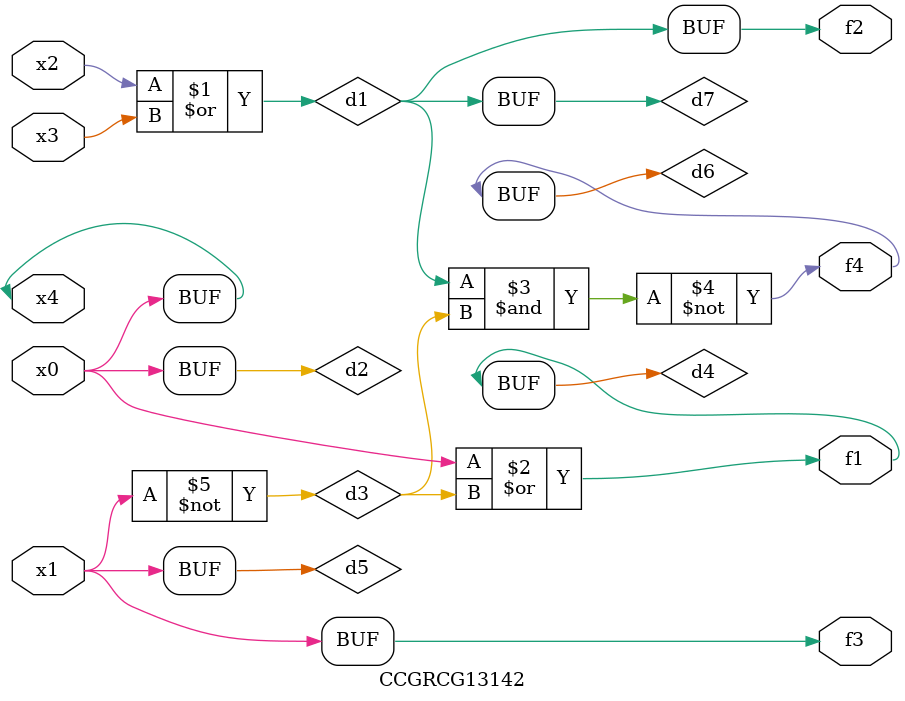
<source format=v>
module CCGRCG13142(
	input x0, x1, x2, x3, x4,
	output f1, f2, f3, f4
);

	wire d1, d2, d3, d4, d5, d6, d7;

	or (d1, x2, x3);
	buf (d2, x0, x4);
	not (d3, x1);
	or (d4, d2, d3);
	not (d5, d3);
	nand (d6, d1, d3);
	or (d7, d1);
	assign f1 = d4;
	assign f2 = d7;
	assign f3 = d5;
	assign f4 = d6;
endmodule

</source>
